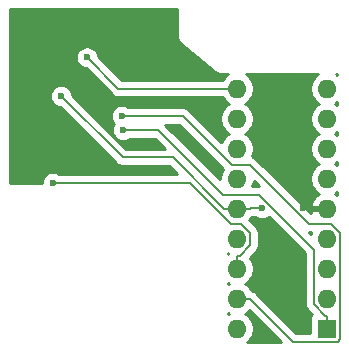
<source format=gbr>
%TF.GenerationSoftware,KiCad,Pcbnew,(5.1.6)-1*%
%TF.CreationDate,2021-02-27T12:52:12+00:00*%
%TF.ProjectId,EgretCudaAdapter,45677265-7443-4756-9461-416461707465,rev?*%
%TF.SameCoordinates,Original*%
%TF.FileFunction,Copper,L2,Bot*%
%TF.FilePolarity,Positive*%
%FSLAX46Y46*%
G04 Gerber Fmt 4.6, Leading zero omitted, Abs format (unit mm)*
G04 Created by KiCad (PCBNEW (5.1.6)-1) date 2021-02-27 12:52:12*
%MOMM*%
%LPD*%
G01*
G04 APERTURE LIST*
%TA.AperFunction,ComponentPad*%
%ADD10O,1.600000X1.600000*%
%TD*%
%TA.AperFunction,ComponentPad*%
%ADD11R,1.600000X1.600000*%
%TD*%
%TA.AperFunction,ViaPad*%
%ADD12C,0.600000*%
%TD*%
%TA.AperFunction,Conductor*%
%ADD13C,0.200000*%
%TD*%
%TA.AperFunction,Conductor*%
%ADD14C,0.254000*%
%TD*%
%TA.AperFunction,NonConductor*%
%ADD15C,0.254000*%
%TD*%
G04 APERTURE END LIST*
D10*
%TO.P,344-0440-B,18*%
%TO.N,/PB5*%
X138880000Y-87700000D03*
%TO.P,344-0440-B,9*%
%TO.N,/CB2*%
X146500000Y-67380000D03*
%TO.P,344-0440-B,17*%
%TO.N,/PB4*%
X138880000Y-85160000D03*
%TO.P,344-0440-B,8*%
%TO.N,/CB1*%
X146500000Y-69920000D03*
%TO.P,344-0440-B,16*%
%TO.N,/C3.7M*%
X138880000Y-82620000D03*
%TO.P,344-0440-B,7*%
%TO.N,Net-(344-0440-B1-Pad7)*%
X146500000Y-72460000D03*
%TO.P,344-0440-B,15*%
%TO.N,Net-(344-0440-B1-Pad15)*%
X138880000Y-80080000D03*
%TO.P,344-0440-B,6*%
%TO.N,Net-(344-0440-B1-Pad6)*%
X146500000Y-75000000D03*
%TO.P,344-0440-B,14*%
%TO.N,/VCC*%
X138880000Y-77540000D03*
%TO.P,344-0440-B,5*%
%TO.N,/GND*%
X146500000Y-77540000D03*
%TO.P,344-0440-B,13*%
%TO.N,Net-(344-0440-B1-Pad13)*%
X138880000Y-75000000D03*
%TO.P,344-0440-B,4*%
%TO.N,/RESET*%
X146500000Y-80080000D03*
%TO.P,344-0440-B,12*%
%TO.N,Net-(344-0440-B1-Pad12)*%
X138880000Y-72460000D03*
%TO.P,344-0440-B,3*%
%TO.N,/T0CKI*%
X146500000Y-82620000D03*
%TO.P,344-0440-B,11*%
%TO.N,Net-(344-0440-B1-Pad11)*%
X138880000Y-69920000D03*
%TO.P,344-0440-B,2*%
%TO.N,/ADB*%
X146500000Y-85160000D03*
%TO.P,344-0440-B,10*%
%TO.N,/PB3*%
X138880000Y-67380000D03*
D11*
%TO.P,344-0440-B,1*%
%TO.N,/RA2*%
X146500000Y-87700000D03*
%TD*%
D12*
%TO.N,/VCC*%
X141000000Y-77500000D03*
X124000000Y-68000000D03*
%TO.N,/PB3*%
X126200000Y-64740000D03*
%TO.N,/GND*%
X144500000Y-77500000D03*
X127000000Y-68000000D03*
%TO.N,/C3.7M*%
X123280000Y-75370000D03*
%TO.N,/PB4*%
X129120000Y-69683400D03*
%TO.N,/RA2*%
X129250700Y-70881700D03*
%TD*%
D13*
%TO.N,/VCC*%
X138880000Y-77540000D02*
X139980300Y-77540000D01*
X141000000Y-77500000D02*
X140020300Y-77500000D01*
X140020300Y-77500000D02*
X139980300Y-77540000D01*
X138880000Y-77540000D02*
X137779700Y-77540000D01*
X124000000Y-68000000D02*
X129204400Y-73204400D01*
X129204400Y-73204400D02*
X133444100Y-73204400D01*
X133444100Y-73204400D02*
X137779700Y-77540000D01*
%TO.N,/PB3*%
X126200000Y-64740000D02*
X128840000Y-67380000D01*
X128840000Y-67380000D02*
X138880000Y-67380000D01*
%TO.N,/C3.7M*%
X138880000Y-82620000D02*
X138880000Y-81519700D01*
X123280000Y-75370000D02*
X134909800Y-75370000D01*
X134909800Y-75370000D02*
X138379700Y-78839900D01*
X138379700Y-78839900D02*
X139244500Y-78839900D01*
X139244500Y-78839900D02*
X139983600Y-79579000D01*
X139983600Y-79579000D02*
X139983600Y-80644100D01*
X139983600Y-80644100D02*
X139108000Y-81519700D01*
X139108000Y-81519700D02*
X138880000Y-81519700D01*
%TO.N,/PB4*%
X138880000Y-85160000D02*
X139980300Y-85160000D01*
X129120000Y-69683400D02*
X134303200Y-69683400D01*
X134303200Y-69683400D02*
X138449300Y-73829500D01*
X138449300Y-73829500D02*
X139980400Y-73829500D01*
X139980400Y-73829500D02*
X144960900Y-78810000D01*
X144960900Y-78810000D02*
X146858100Y-78810000D01*
X146858100Y-78810000D02*
X147624300Y-79576200D01*
X147624300Y-79576200D02*
X147624300Y-88604500D01*
X147624300Y-88604500D02*
X147428400Y-88800400D01*
X147428400Y-88800400D02*
X143620700Y-88800400D01*
X143620700Y-88800400D02*
X139980300Y-85160000D01*
%TO.N,/RA2*%
X146500000Y-87700000D02*
X146500000Y-86599700D01*
X129250700Y-70881700D02*
X132246300Y-70881700D01*
X132246300Y-70881700D02*
X137717600Y-76353000D01*
X137717600Y-76353000D02*
X140732200Y-76353000D01*
X140732200Y-76353000D02*
X145399700Y-81020500D01*
X145399700Y-81020500D02*
X145399700Y-85637100D01*
X145399700Y-85637100D02*
X146362300Y-86599700D01*
X146362300Y-86599700D02*
X146500000Y-86599700D01*
%TD*%
D14*
%TO.N,/GND*%
G36*
X145585241Y-66265363D02*
G01*
X145385363Y-66465241D01*
X145228320Y-66700273D01*
X145120147Y-66961426D01*
X145065000Y-67238665D01*
X145065000Y-67521335D01*
X145120147Y-67798574D01*
X145228320Y-68059727D01*
X145385363Y-68294759D01*
X145585241Y-68494637D01*
X145817759Y-68650000D01*
X145585241Y-68805363D01*
X145385363Y-69005241D01*
X145228320Y-69240273D01*
X145120147Y-69501426D01*
X145065000Y-69778665D01*
X145065000Y-70061335D01*
X145120147Y-70338574D01*
X145228320Y-70599727D01*
X145385363Y-70834759D01*
X145585241Y-71034637D01*
X145817759Y-71190000D01*
X145585241Y-71345363D01*
X145385363Y-71545241D01*
X145228320Y-71780273D01*
X145120147Y-72041426D01*
X145065000Y-72318665D01*
X145065000Y-72601335D01*
X145120147Y-72878574D01*
X145228320Y-73139727D01*
X145385363Y-73374759D01*
X145585241Y-73574637D01*
X145817759Y-73730000D01*
X145585241Y-73885363D01*
X145385363Y-74085241D01*
X145228320Y-74320273D01*
X145120147Y-74581426D01*
X145065000Y-74858665D01*
X145065000Y-75141335D01*
X145120147Y-75418574D01*
X145228320Y-75679727D01*
X145385363Y-75914759D01*
X145585241Y-76114637D01*
X145820273Y-76271680D01*
X145830865Y-76276067D01*
X145644869Y-76387615D01*
X145436481Y-76576586D01*
X145268963Y-76802580D01*
X145148754Y-77056913D01*
X145108096Y-77190961D01*
X145230085Y-77413000D01*
X146373000Y-77413000D01*
X146373000Y-77393000D01*
X146627000Y-77393000D01*
X146627000Y-77413000D01*
X146647000Y-77413000D01*
X146647000Y-77667000D01*
X146627000Y-77667000D01*
X146627000Y-77687000D01*
X146373000Y-77687000D01*
X146373000Y-77667000D01*
X145230085Y-77667000D01*
X145108096Y-77889039D01*
X145120595Y-77930248D01*
X140525659Y-73335313D01*
X140502638Y-73307262D01*
X140390720Y-73215413D01*
X140263033Y-73147163D01*
X140161373Y-73116325D01*
X140259853Y-72878574D01*
X140315000Y-72601335D01*
X140315000Y-72318665D01*
X140259853Y-72041426D01*
X140151680Y-71780273D01*
X139994637Y-71545241D01*
X139794759Y-71345363D01*
X139562241Y-71190000D01*
X139794759Y-71034637D01*
X139994637Y-70834759D01*
X140151680Y-70599727D01*
X140259853Y-70338574D01*
X140315000Y-70061335D01*
X140315000Y-69778665D01*
X140259853Y-69501426D01*
X140151680Y-69240273D01*
X139994637Y-69005241D01*
X139794759Y-68805363D01*
X139562241Y-68650000D01*
X139794759Y-68494637D01*
X139994637Y-68294759D01*
X140151680Y-68059727D01*
X140259853Y-67798574D01*
X140315000Y-67521335D01*
X140315000Y-67238665D01*
X140259853Y-66961426D01*
X140151680Y-66700273D01*
X139994637Y-66465241D01*
X139794759Y-66265363D01*
X139637072Y-66160000D01*
X145742928Y-66160000D01*
X145585241Y-66265363D01*
G37*
X145585241Y-66265363D02*
X145385363Y-66465241D01*
X145228320Y-66700273D01*
X145120147Y-66961426D01*
X145065000Y-67238665D01*
X145065000Y-67521335D01*
X145120147Y-67798574D01*
X145228320Y-68059727D01*
X145385363Y-68294759D01*
X145585241Y-68494637D01*
X145817759Y-68650000D01*
X145585241Y-68805363D01*
X145385363Y-69005241D01*
X145228320Y-69240273D01*
X145120147Y-69501426D01*
X145065000Y-69778665D01*
X145065000Y-70061335D01*
X145120147Y-70338574D01*
X145228320Y-70599727D01*
X145385363Y-70834759D01*
X145585241Y-71034637D01*
X145817759Y-71190000D01*
X145585241Y-71345363D01*
X145385363Y-71545241D01*
X145228320Y-71780273D01*
X145120147Y-72041426D01*
X145065000Y-72318665D01*
X145065000Y-72601335D01*
X145120147Y-72878574D01*
X145228320Y-73139727D01*
X145385363Y-73374759D01*
X145585241Y-73574637D01*
X145817759Y-73730000D01*
X145585241Y-73885363D01*
X145385363Y-74085241D01*
X145228320Y-74320273D01*
X145120147Y-74581426D01*
X145065000Y-74858665D01*
X145065000Y-75141335D01*
X145120147Y-75418574D01*
X145228320Y-75679727D01*
X145385363Y-75914759D01*
X145585241Y-76114637D01*
X145820273Y-76271680D01*
X145830865Y-76276067D01*
X145644869Y-76387615D01*
X145436481Y-76576586D01*
X145268963Y-76802580D01*
X145148754Y-77056913D01*
X145108096Y-77190961D01*
X145230085Y-77413000D01*
X146373000Y-77413000D01*
X146373000Y-77393000D01*
X146627000Y-77393000D01*
X146627000Y-77413000D01*
X146647000Y-77413000D01*
X146647000Y-77667000D01*
X146627000Y-77667000D01*
X146627000Y-77687000D01*
X146373000Y-77687000D01*
X146373000Y-77667000D01*
X145230085Y-77667000D01*
X145108096Y-77889039D01*
X145120595Y-77930248D01*
X140525659Y-73335313D01*
X140502638Y-73307262D01*
X140390720Y-73215413D01*
X140263033Y-73147163D01*
X140161373Y-73116325D01*
X140259853Y-72878574D01*
X140315000Y-72601335D01*
X140315000Y-72318665D01*
X140259853Y-72041426D01*
X140151680Y-71780273D01*
X139994637Y-71545241D01*
X139794759Y-71345363D01*
X139562241Y-71190000D01*
X139794759Y-71034637D01*
X139994637Y-70834759D01*
X140151680Y-70599727D01*
X140259853Y-70338574D01*
X140315000Y-70061335D01*
X140315000Y-69778665D01*
X140259853Y-69501426D01*
X140151680Y-69240273D01*
X139994637Y-69005241D01*
X139794759Y-68805363D01*
X139562241Y-68650000D01*
X139794759Y-68494637D01*
X139994637Y-68294759D01*
X140151680Y-68059727D01*
X140259853Y-67798574D01*
X140315000Y-67521335D01*
X140315000Y-67238665D01*
X140259853Y-66961426D01*
X140151680Y-66700273D01*
X139994637Y-66465241D01*
X139794759Y-66265363D01*
X139637072Y-66160000D01*
X145742928Y-66160000D01*
X145585241Y-66265363D01*
G36*
X133840000Y-62997633D02*
G01*
X133839531Y-63060042D01*
X133846112Y-63094479D01*
X133849550Y-63129382D01*
X133858288Y-63158186D01*
X133863936Y-63187740D01*
X133877110Y-63220232D01*
X133887290Y-63253792D01*
X133901478Y-63280336D01*
X133912784Y-63308222D01*
X133932043Y-63337520D01*
X133948575Y-63368449D01*
X133967668Y-63391715D01*
X133984198Y-63416860D01*
X134008803Y-63441838D01*
X134031052Y-63468948D01*
X134079429Y-63508650D01*
X137029467Y-65967017D01*
X137031052Y-65968948D01*
X137079312Y-66008555D01*
X137102383Y-66027780D01*
X137104445Y-66029180D01*
X137131550Y-66051425D01*
X137158089Y-66065610D01*
X137182986Y-66082518D01*
X137215284Y-66096181D01*
X137246207Y-66112710D01*
X137275005Y-66121446D01*
X137302721Y-66133171D01*
X137337057Y-66140270D01*
X137370617Y-66150450D01*
X137400570Y-66153400D01*
X137430037Y-66159492D01*
X137465098Y-66159755D01*
X137467581Y-66160000D01*
X137497634Y-66160000D01*
X137560042Y-66160469D01*
X137562496Y-66160000D01*
X138122928Y-66160000D01*
X137965241Y-66265363D01*
X137765363Y-66465241D01*
X137645252Y-66645000D01*
X129144447Y-66645000D01*
X127131932Y-64632485D01*
X127099068Y-64467271D01*
X127028586Y-64297111D01*
X126926262Y-64143972D01*
X126796028Y-64013738D01*
X126642889Y-63911414D01*
X126472729Y-63840932D01*
X126292089Y-63805000D01*
X126107911Y-63805000D01*
X125927271Y-63840932D01*
X125757111Y-63911414D01*
X125603972Y-64013738D01*
X125473738Y-64143972D01*
X125371414Y-64297111D01*
X125300932Y-64467271D01*
X125265000Y-64647911D01*
X125265000Y-64832089D01*
X125300932Y-65012729D01*
X125371414Y-65182889D01*
X125473738Y-65336028D01*
X125603972Y-65466262D01*
X125757111Y-65568586D01*
X125927271Y-65639068D01*
X126092485Y-65671932D01*
X128294746Y-67874193D01*
X128317762Y-67902238D01*
X128429680Y-67994087D01*
X128557367Y-68062337D01*
X128695915Y-68104365D01*
X128840000Y-68118556D01*
X128876105Y-68115000D01*
X137645252Y-68115000D01*
X137765363Y-68294759D01*
X137965241Y-68494637D01*
X138197759Y-68650000D01*
X137965241Y-68805363D01*
X137765363Y-69005241D01*
X137608320Y-69240273D01*
X137500147Y-69501426D01*
X137445000Y-69778665D01*
X137445000Y-70061335D01*
X137500147Y-70338574D01*
X137608320Y-70599727D01*
X137765363Y-70834759D01*
X137965241Y-71034637D01*
X138197759Y-71190000D01*
X137965241Y-71345363D01*
X137765363Y-71545241D01*
X137608320Y-71780273D01*
X137558880Y-71899633D01*
X134848459Y-69189213D01*
X134825438Y-69161162D01*
X134713520Y-69069313D01*
X134585833Y-69001063D01*
X134447285Y-68959035D01*
X134339305Y-68948400D01*
X134303200Y-68944844D01*
X134267095Y-68948400D01*
X129702951Y-68948400D01*
X129562889Y-68854814D01*
X129392729Y-68784332D01*
X129212089Y-68748400D01*
X129027911Y-68748400D01*
X128847271Y-68784332D01*
X128677111Y-68854814D01*
X128523972Y-68957138D01*
X128393738Y-69087372D01*
X128291414Y-69240511D01*
X128220932Y-69410671D01*
X128185000Y-69591311D01*
X128185000Y-69775489D01*
X128220932Y-69956129D01*
X128291414Y-70126289D01*
X128393738Y-70279428D01*
X128474588Y-70360278D01*
X128422114Y-70438811D01*
X128351632Y-70608971D01*
X128315700Y-70789611D01*
X128315700Y-70973789D01*
X128351632Y-71154429D01*
X128422114Y-71324589D01*
X128524438Y-71477728D01*
X128654672Y-71607962D01*
X128807811Y-71710286D01*
X128977971Y-71780768D01*
X129158611Y-71816700D01*
X129342789Y-71816700D01*
X129523429Y-71780768D01*
X129693589Y-71710286D01*
X129833651Y-71616700D01*
X131941854Y-71616700D01*
X132794554Y-72469400D01*
X129508847Y-72469400D01*
X124931932Y-67892486D01*
X124899068Y-67727271D01*
X124828586Y-67557111D01*
X124726262Y-67403972D01*
X124596028Y-67273738D01*
X124442889Y-67171414D01*
X124272729Y-67100932D01*
X124092089Y-67065000D01*
X123907911Y-67065000D01*
X123727271Y-67100932D01*
X123557111Y-67171414D01*
X123403972Y-67273738D01*
X123273738Y-67403972D01*
X123171414Y-67557111D01*
X123100932Y-67727271D01*
X123065000Y-67907911D01*
X123065000Y-68092089D01*
X123100932Y-68272729D01*
X123171414Y-68442889D01*
X123273738Y-68596028D01*
X123403972Y-68726262D01*
X123557111Y-68828586D01*
X123727271Y-68899068D01*
X123892486Y-68931932D01*
X128659146Y-73698593D01*
X128682162Y-73726638D01*
X128794080Y-73818487D01*
X128921767Y-73886737D01*
X129018286Y-73916016D01*
X129060314Y-73928765D01*
X129204399Y-73942956D01*
X129240504Y-73939400D01*
X133139654Y-73939400D01*
X133835254Y-74635000D01*
X123862951Y-74635000D01*
X123722889Y-74541414D01*
X123552729Y-74470932D01*
X123372089Y-74435000D01*
X123187911Y-74435000D01*
X123007271Y-74470932D01*
X122837111Y-74541414D01*
X122683972Y-74643738D01*
X122553738Y-74773972D01*
X122451414Y-74927111D01*
X122380932Y-75097271D01*
X122345000Y-75277911D01*
X122345000Y-75340000D01*
X119660000Y-75340000D01*
X119660000Y-60660000D01*
X133840001Y-60660000D01*
X133840000Y-62997633D01*
G37*
X133840000Y-62997633D02*
X133839531Y-63060042D01*
X133846112Y-63094479D01*
X133849550Y-63129382D01*
X133858288Y-63158186D01*
X133863936Y-63187740D01*
X133877110Y-63220232D01*
X133887290Y-63253792D01*
X133901478Y-63280336D01*
X133912784Y-63308222D01*
X133932043Y-63337520D01*
X133948575Y-63368449D01*
X133967668Y-63391715D01*
X133984198Y-63416860D01*
X134008803Y-63441838D01*
X134031052Y-63468948D01*
X134079429Y-63508650D01*
X137029467Y-65967017D01*
X137031052Y-65968948D01*
X137079312Y-66008555D01*
X137102383Y-66027780D01*
X137104445Y-66029180D01*
X137131550Y-66051425D01*
X137158089Y-66065610D01*
X137182986Y-66082518D01*
X137215284Y-66096181D01*
X137246207Y-66112710D01*
X137275005Y-66121446D01*
X137302721Y-66133171D01*
X137337057Y-66140270D01*
X137370617Y-66150450D01*
X137400570Y-66153400D01*
X137430037Y-66159492D01*
X137465098Y-66159755D01*
X137467581Y-66160000D01*
X137497634Y-66160000D01*
X137560042Y-66160469D01*
X137562496Y-66160000D01*
X138122928Y-66160000D01*
X137965241Y-66265363D01*
X137765363Y-66465241D01*
X137645252Y-66645000D01*
X129144447Y-66645000D01*
X127131932Y-64632485D01*
X127099068Y-64467271D01*
X127028586Y-64297111D01*
X126926262Y-64143972D01*
X126796028Y-64013738D01*
X126642889Y-63911414D01*
X126472729Y-63840932D01*
X126292089Y-63805000D01*
X126107911Y-63805000D01*
X125927271Y-63840932D01*
X125757111Y-63911414D01*
X125603972Y-64013738D01*
X125473738Y-64143972D01*
X125371414Y-64297111D01*
X125300932Y-64467271D01*
X125265000Y-64647911D01*
X125265000Y-64832089D01*
X125300932Y-65012729D01*
X125371414Y-65182889D01*
X125473738Y-65336028D01*
X125603972Y-65466262D01*
X125757111Y-65568586D01*
X125927271Y-65639068D01*
X126092485Y-65671932D01*
X128294746Y-67874193D01*
X128317762Y-67902238D01*
X128429680Y-67994087D01*
X128557367Y-68062337D01*
X128695915Y-68104365D01*
X128840000Y-68118556D01*
X128876105Y-68115000D01*
X137645252Y-68115000D01*
X137765363Y-68294759D01*
X137965241Y-68494637D01*
X138197759Y-68650000D01*
X137965241Y-68805363D01*
X137765363Y-69005241D01*
X137608320Y-69240273D01*
X137500147Y-69501426D01*
X137445000Y-69778665D01*
X137445000Y-70061335D01*
X137500147Y-70338574D01*
X137608320Y-70599727D01*
X137765363Y-70834759D01*
X137965241Y-71034637D01*
X138197759Y-71190000D01*
X137965241Y-71345363D01*
X137765363Y-71545241D01*
X137608320Y-71780273D01*
X137558880Y-71899633D01*
X134848459Y-69189213D01*
X134825438Y-69161162D01*
X134713520Y-69069313D01*
X134585833Y-69001063D01*
X134447285Y-68959035D01*
X134339305Y-68948400D01*
X134303200Y-68944844D01*
X134267095Y-68948400D01*
X129702951Y-68948400D01*
X129562889Y-68854814D01*
X129392729Y-68784332D01*
X129212089Y-68748400D01*
X129027911Y-68748400D01*
X128847271Y-68784332D01*
X128677111Y-68854814D01*
X128523972Y-68957138D01*
X128393738Y-69087372D01*
X128291414Y-69240511D01*
X128220932Y-69410671D01*
X128185000Y-69591311D01*
X128185000Y-69775489D01*
X128220932Y-69956129D01*
X128291414Y-70126289D01*
X128393738Y-70279428D01*
X128474588Y-70360278D01*
X128422114Y-70438811D01*
X128351632Y-70608971D01*
X128315700Y-70789611D01*
X128315700Y-70973789D01*
X128351632Y-71154429D01*
X128422114Y-71324589D01*
X128524438Y-71477728D01*
X128654672Y-71607962D01*
X128807811Y-71710286D01*
X128977971Y-71780768D01*
X129158611Y-71816700D01*
X129342789Y-71816700D01*
X129523429Y-71780768D01*
X129693589Y-71710286D01*
X129833651Y-71616700D01*
X131941854Y-71616700D01*
X132794554Y-72469400D01*
X129508847Y-72469400D01*
X124931932Y-67892486D01*
X124899068Y-67727271D01*
X124828586Y-67557111D01*
X124726262Y-67403972D01*
X124596028Y-67273738D01*
X124442889Y-67171414D01*
X124272729Y-67100932D01*
X124092089Y-67065000D01*
X123907911Y-67065000D01*
X123727271Y-67100932D01*
X123557111Y-67171414D01*
X123403972Y-67273738D01*
X123273738Y-67403972D01*
X123171414Y-67557111D01*
X123100932Y-67727271D01*
X123065000Y-67907911D01*
X123065000Y-68092089D01*
X123100932Y-68272729D01*
X123171414Y-68442889D01*
X123273738Y-68596028D01*
X123403972Y-68726262D01*
X123557111Y-68828586D01*
X123727271Y-68899068D01*
X123892486Y-68931932D01*
X128659146Y-73698593D01*
X128682162Y-73726638D01*
X128794080Y-73818487D01*
X128921767Y-73886737D01*
X129018286Y-73916016D01*
X129060314Y-73928765D01*
X129204399Y-73942956D01*
X129240504Y-73939400D01*
X133139654Y-73939400D01*
X133835254Y-74635000D01*
X123862951Y-74635000D01*
X123722889Y-74541414D01*
X123552729Y-74470932D01*
X123372089Y-74435000D01*
X123187911Y-74435000D01*
X123007271Y-74470932D01*
X122837111Y-74541414D01*
X122683972Y-74643738D01*
X122553738Y-74773972D01*
X122451414Y-74927111D01*
X122380932Y-75097271D01*
X122345000Y-75277911D01*
X122345000Y-75340000D01*
X119660000Y-75340000D01*
X119660000Y-60660000D01*
X133840001Y-60660000D01*
X133840000Y-62997633D01*
D15*
G36*
X142620853Y-88840000D02*
G01*
X139756801Y-88840000D01*
X139794759Y-88814637D01*
X139994637Y-88614759D01*
X140151680Y-88379727D01*
X140259853Y-88118574D01*
X140315000Y-87841335D01*
X140315000Y-87558665D01*
X140259853Y-87281426D01*
X140151680Y-87020273D01*
X139994637Y-86785241D01*
X139794759Y-86585363D01*
X139562241Y-86430000D01*
X139794759Y-86274637D01*
X139925125Y-86144271D01*
X142620853Y-88840000D01*
G37*
X142620853Y-88840000D02*
X139756801Y-88840000D01*
X139794759Y-88814637D01*
X139994637Y-88614759D01*
X140151680Y-88379727D01*
X140259853Y-88118574D01*
X140315000Y-87841335D01*
X140315000Y-87558665D01*
X140259853Y-87281426D01*
X140151680Y-87020273D01*
X139994637Y-86785241D01*
X139794759Y-86585363D01*
X139562241Y-86430000D01*
X139794759Y-86274637D01*
X139925125Y-86144271D01*
X142620853Y-88840000D01*
G36*
X140557111Y-78328586D02*
G01*
X140727271Y-78399068D01*
X140907911Y-78435000D01*
X141092089Y-78435000D01*
X141272729Y-78399068D01*
X141442889Y-78328586D01*
X141578037Y-78238283D01*
X144664700Y-81324947D01*
X144664701Y-85600985D01*
X144661144Y-85637100D01*
X144675335Y-85781185D01*
X144693094Y-85839727D01*
X144717364Y-85919733D01*
X144785614Y-86047420D01*
X144877463Y-86159338D01*
X144905508Y-86182354D01*
X145214176Y-86491023D01*
X145169463Y-86545506D01*
X145110498Y-86655820D01*
X145074188Y-86775518D01*
X145061928Y-86900000D01*
X145061928Y-88065400D01*
X143925147Y-88065400D01*
X140525559Y-84665813D01*
X140502538Y-84637762D01*
X140390620Y-84545913D01*
X140262933Y-84477663D01*
X140124385Y-84435635D01*
X140121676Y-84435368D01*
X139994637Y-84245241D01*
X139794759Y-84045363D01*
X139562241Y-83890000D01*
X139794759Y-83734637D01*
X139994637Y-83534759D01*
X140151680Y-83299727D01*
X140259853Y-83038574D01*
X140315000Y-82761335D01*
X140315000Y-82478665D01*
X140259853Y-82201426D01*
X140151680Y-81940273D01*
X139994637Y-81705241D01*
X139978271Y-81688875D01*
X140477793Y-81189354D01*
X140505838Y-81166338D01*
X140597687Y-81054420D01*
X140665937Y-80926733D01*
X140707965Y-80788185D01*
X140718600Y-80680205D01*
X140718600Y-80680196D01*
X140722155Y-80644101D01*
X140718600Y-80608006D01*
X140718600Y-79615094D01*
X140722155Y-79578999D01*
X140718600Y-79542904D01*
X140718600Y-79542895D01*
X140707965Y-79434915D01*
X140665937Y-79296367D01*
X140597687Y-79168680D01*
X140535276Y-79092633D01*
X140528853Y-79084806D01*
X140528850Y-79084803D01*
X140505837Y-79056762D01*
X140477797Y-79033750D01*
X139946721Y-78502675D01*
X139994637Y-78454759D01*
X140121676Y-78264632D01*
X140124385Y-78264365D01*
X140221189Y-78235000D01*
X140417049Y-78235000D01*
X140557111Y-78328586D01*
G37*
X140557111Y-78328586D02*
X140727271Y-78399068D01*
X140907911Y-78435000D01*
X141092089Y-78435000D01*
X141272729Y-78399068D01*
X141442889Y-78328586D01*
X141578037Y-78238283D01*
X144664700Y-81324947D01*
X144664701Y-85600985D01*
X144661144Y-85637100D01*
X144675335Y-85781185D01*
X144693094Y-85839727D01*
X144717364Y-85919733D01*
X144785614Y-86047420D01*
X144877463Y-86159338D01*
X144905508Y-86182354D01*
X145214176Y-86491023D01*
X145169463Y-86545506D01*
X145110498Y-86655820D01*
X145074188Y-86775518D01*
X145061928Y-86900000D01*
X145061928Y-88065400D01*
X143925147Y-88065400D01*
X140525559Y-84665813D01*
X140502538Y-84637762D01*
X140390620Y-84545913D01*
X140262933Y-84477663D01*
X140124385Y-84435635D01*
X140121676Y-84435368D01*
X139994637Y-84245241D01*
X139794759Y-84045363D01*
X139562241Y-83890000D01*
X139794759Y-83734637D01*
X139994637Y-83534759D01*
X140151680Y-83299727D01*
X140259853Y-83038574D01*
X140315000Y-82761335D01*
X140315000Y-82478665D01*
X140259853Y-82201426D01*
X140151680Y-81940273D01*
X139994637Y-81705241D01*
X139978271Y-81688875D01*
X140477793Y-81189354D01*
X140505838Y-81166338D01*
X140597687Y-81054420D01*
X140665937Y-80926733D01*
X140707965Y-80788185D01*
X140718600Y-80680205D01*
X140718600Y-80680196D01*
X140722155Y-80644101D01*
X140718600Y-80608006D01*
X140718600Y-79615094D01*
X140722155Y-79578999D01*
X140718600Y-79542904D01*
X140718600Y-79542895D01*
X140707965Y-79434915D01*
X140665937Y-79296367D01*
X140597687Y-79168680D01*
X140535276Y-79092633D01*
X140528853Y-79084806D01*
X140528850Y-79084803D01*
X140505837Y-79056762D01*
X140477797Y-79033750D01*
X139946721Y-78502675D01*
X139994637Y-78454759D01*
X140121676Y-78264632D01*
X140124385Y-78264365D01*
X140221189Y-78235000D01*
X140417049Y-78235000D01*
X140557111Y-78328586D01*
G36*
X138197759Y-86430000D02*
G01*
X138160000Y-86455229D01*
X138160000Y-86404771D01*
X138197759Y-86430000D01*
G37*
X138197759Y-86430000D02*
X138160000Y-86455229D01*
X138160000Y-86404771D01*
X138197759Y-86430000D01*
G36*
X138197759Y-83890000D02*
G01*
X138160000Y-83915229D01*
X138160000Y-83864771D01*
X138197759Y-83890000D01*
G37*
X138197759Y-83890000D02*
X138160000Y-83915229D01*
X138160000Y-83864771D01*
X138197759Y-83890000D01*
G36*
X138169195Y-81330914D02*
G01*
X138160000Y-81361225D01*
X138160000Y-81324771D01*
X138169195Y-81330914D01*
G37*
X138169195Y-81330914D02*
X138160000Y-81361225D01*
X138160000Y-81324771D01*
X138169195Y-81330914D01*
G36*
X145120147Y-79661426D02*
G01*
X145113498Y-79694851D01*
X144966638Y-79547991D01*
X144997005Y-79545000D01*
X145168372Y-79545000D01*
X145120147Y-79661426D01*
G37*
X145120147Y-79661426D02*
X145113498Y-79694851D01*
X144966638Y-79547991D01*
X144997005Y-79545000D01*
X145168372Y-79545000D01*
X145120147Y-79661426D01*
G36*
X145585241Y-66265363D02*
G01*
X145385363Y-66465241D01*
X145228320Y-66700273D01*
X145120147Y-66961426D01*
X145065000Y-67238665D01*
X145065000Y-67521335D01*
X145120147Y-67798574D01*
X145228320Y-68059727D01*
X145385363Y-68294759D01*
X145585241Y-68494637D01*
X145817759Y-68650000D01*
X145585241Y-68805363D01*
X145385363Y-69005241D01*
X145228320Y-69240273D01*
X145120147Y-69501426D01*
X145065000Y-69778665D01*
X145065000Y-70061335D01*
X145120147Y-70338574D01*
X145228320Y-70599727D01*
X145385363Y-70834759D01*
X145585241Y-71034637D01*
X145817759Y-71190000D01*
X145585241Y-71345363D01*
X145385363Y-71545241D01*
X145228320Y-71780273D01*
X145120147Y-72041426D01*
X145065000Y-72318665D01*
X145065000Y-72601335D01*
X145120147Y-72878574D01*
X145228320Y-73139727D01*
X145385363Y-73374759D01*
X145585241Y-73574637D01*
X145817759Y-73730000D01*
X145585241Y-73885363D01*
X145385363Y-74085241D01*
X145228320Y-74320273D01*
X145120147Y-74581426D01*
X145065000Y-74858665D01*
X145065000Y-75141335D01*
X145120147Y-75418574D01*
X145228320Y-75679727D01*
X145385363Y-75914759D01*
X145585241Y-76114637D01*
X145817759Y-76270000D01*
X145585241Y-76425363D01*
X145385363Y-76625241D01*
X145228320Y-76860273D01*
X145214918Y-76892628D01*
X145096028Y-76773738D01*
X144942889Y-76671414D01*
X144772729Y-76600932D01*
X144592089Y-76565000D01*
X144407911Y-76565000D01*
X144227271Y-76600932D01*
X144057111Y-76671414D01*
X143940007Y-76749660D01*
X140525659Y-73335313D01*
X140502638Y-73307262D01*
X140390720Y-73215413D01*
X140263033Y-73147163D01*
X140161373Y-73116325D01*
X140259853Y-72878574D01*
X140315000Y-72601335D01*
X140315000Y-72318665D01*
X140259853Y-72041426D01*
X140151680Y-71780273D01*
X139994637Y-71545241D01*
X139794759Y-71345363D01*
X139562241Y-71190000D01*
X139794759Y-71034637D01*
X139994637Y-70834759D01*
X140151680Y-70599727D01*
X140259853Y-70338574D01*
X140315000Y-70061335D01*
X140315000Y-69778665D01*
X140259853Y-69501426D01*
X140151680Y-69240273D01*
X139994637Y-69005241D01*
X139794759Y-68805363D01*
X139562241Y-68650000D01*
X139794759Y-68494637D01*
X139994637Y-68294759D01*
X140151680Y-68059727D01*
X140259853Y-67798574D01*
X140315000Y-67521335D01*
X140315000Y-67238665D01*
X140259853Y-66961426D01*
X140151680Y-66700273D01*
X139994637Y-66465241D01*
X139794759Y-66265363D01*
X139637072Y-66160000D01*
X145742928Y-66160000D01*
X145585241Y-66265363D01*
G37*
X145585241Y-66265363D02*
X145385363Y-66465241D01*
X145228320Y-66700273D01*
X145120147Y-66961426D01*
X145065000Y-67238665D01*
X145065000Y-67521335D01*
X145120147Y-67798574D01*
X145228320Y-68059727D01*
X145385363Y-68294759D01*
X145585241Y-68494637D01*
X145817759Y-68650000D01*
X145585241Y-68805363D01*
X145385363Y-69005241D01*
X145228320Y-69240273D01*
X145120147Y-69501426D01*
X145065000Y-69778665D01*
X145065000Y-70061335D01*
X145120147Y-70338574D01*
X145228320Y-70599727D01*
X145385363Y-70834759D01*
X145585241Y-71034637D01*
X145817759Y-71190000D01*
X145585241Y-71345363D01*
X145385363Y-71545241D01*
X145228320Y-71780273D01*
X145120147Y-72041426D01*
X145065000Y-72318665D01*
X145065000Y-72601335D01*
X145120147Y-72878574D01*
X145228320Y-73139727D01*
X145385363Y-73374759D01*
X145585241Y-73574637D01*
X145817759Y-73730000D01*
X145585241Y-73885363D01*
X145385363Y-74085241D01*
X145228320Y-74320273D01*
X145120147Y-74581426D01*
X145065000Y-74858665D01*
X145065000Y-75141335D01*
X145120147Y-75418574D01*
X145228320Y-75679727D01*
X145385363Y-75914759D01*
X145585241Y-76114637D01*
X145817759Y-76270000D01*
X145585241Y-76425363D01*
X145385363Y-76625241D01*
X145228320Y-76860273D01*
X145214918Y-76892628D01*
X145096028Y-76773738D01*
X144942889Y-76671414D01*
X144772729Y-76600932D01*
X144592089Y-76565000D01*
X144407911Y-76565000D01*
X144227271Y-76600932D01*
X144057111Y-76671414D01*
X143940007Y-76749660D01*
X140525659Y-73335313D01*
X140502638Y-73307262D01*
X140390720Y-73215413D01*
X140263033Y-73147163D01*
X140161373Y-73116325D01*
X140259853Y-72878574D01*
X140315000Y-72601335D01*
X140315000Y-72318665D01*
X140259853Y-72041426D01*
X140151680Y-71780273D01*
X139994637Y-71545241D01*
X139794759Y-71345363D01*
X139562241Y-71190000D01*
X139794759Y-71034637D01*
X139994637Y-70834759D01*
X140151680Y-70599727D01*
X140259853Y-70338574D01*
X140315000Y-70061335D01*
X140315000Y-69778665D01*
X140259853Y-69501426D01*
X140151680Y-69240273D01*
X139994637Y-69005241D01*
X139794759Y-68805363D01*
X139562241Y-68650000D01*
X139794759Y-68494637D01*
X139994637Y-68294759D01*
X140151680Y-68059727D01*
X140259853Y-67798574D01*
X140315000Y-67521335D01*
X140315000Y-67238665D01*
X140259853Y-66961426D01*
X140151680Y-66700273D01*
X139994637Y-66465241D01*
X139794759Y-66265363D01*
X139637072Y-66160000D01*
X145742928Y-66160000D01*
X145585241Y-66265363D01*
G36*
X147340000Y-76375411D02*
G01*
X147182241Y-76270000D01*
X147340000Y-76164589D01*
X147340000Y-76375411D01*
G37*
X147340000Y-76375411D02*
X147182241Y-76270000D01*
X147340000Y-76164589D01*
X147340000Y-76375411D01*
G36*
X140726463Y-75615009D02*
G01*
X140696095Y-75618000D01*
X140177248Y-75618000D01*
X140259853Y-75418574D01*
X140304678Y-75193225D01*
X140726463Y-75615009D01*
G37*
X140726463Y-75615009D02*
X140696095Y-75618000D01*
X140177248Y-75618000D01*
X140259853Y-75418574D01*
X140304678Y-75193225D01*
X140726463Y-75615009D01*
G36*
X133840000Y-62997633D02*
G01*
X133839531Y-63060042D01*
X133846112Y-63094479D01*
X133849550Y-63129382D01*
X133858288Y-63158186D01*
X133863936Y-63187740D01*
X133877110Y-63220232D01*
X133887290Y-63253792D01*
X133901478Y-63280336D01*
X133912784Y-63308222D01*
X133932043Y-63337520D01*
X133948575Y-63368449D01*
X133967668Y-63391715D01*
X133984198Y-63416860D01*
X134008803Y-63441838D01*
X134031052Y-63468948D01*
X134079429Y-63508650D01*
X137029467Y-65967017D01*
X137031052Y-65968948D01*
X137079312Y-66008555D01*
X137102383Y-66027780D01*
X137104445Y-66029180D01*
X137131550Y-66051425D01*
X137158089Y-66065610D01*
X137182986Y-66082518D01*
X137215284Y-66096181D01*
X137246207Y-66112710D01*
X137275005Y-66121446D01*
X137302721Y-66133171D01*
X137337057Y-66140270D01*
X137370617Y-66150450D01*
X137400570Y-66153400D01*
X137430037Y-66159492D01*
X137465098Y-66159755D01*
X137467581Y-66160000D01*
X137497634Y-66160000D01*
X137560042Y-66160469D01*
X137562496Y-66160000D01*
X138122928Y-66160000D01*
X137965241Y-66265363D01*
X137765363Y-66465241D01*
X137645252Y-66645000D01*
X129144447Y-66645000D01*
X127131932Y-64632485D01*
X127099068Y-64467271D01*
X127028586Y-64297111D01*
X126926262Y-64143972D01*
X126796028Y-64013738D01*
X126642889Y-63911414D01*
X126472729Y-63840932D01*
X126292089Y-63805000D01*
X126107911Y-63805000D01*
X125927271Y-63840932D01*
X125757111Y-63911414D01*
X125603972Y-64013738D01*
X125473738Y-64143972D01*
X125371414Y-64297111D01*
X125300932Y-64467271D01*
X125265000Y-64647911D01*
X125265000Y-64832089D01*
X125300932Y-65012729D01*
X125371414Y-65182889D01*
X125473738Y-65336028D01*
X125603972Y-65466262D01*
X125757111Y-65568586D01*
X125927271Y-65639068D01*
X126092485Y-65671932D01*
X128294746Y-67874193D01*
X128317762Y-67902238D01*
X128429680Y-67994087D01*
X128557367Y-68062337D01*
X128695915Y-68104365D01*
X128840000Y-68118556D01*
X128876105Y-68115000D01*
X137645252Y-68115000D01*
X137765363Y-68294759D01*
X137965241Y-68494637D01*
X138197759Y-68650000D01*
X137965241Y-68805363D01*
X137765363Y-69005241D01*
X137608320Y-69240273D01*
X137500147Y-69501426D01*
X137445000Y-69778665D01*
X137445000Y-70061335D01*
X137500147Y-70338574D01*
X137608320Y-70599727D01*
X137765363Y-70834759D01*
X137965241Y-71034637D01*
X138197759Y-71190000D01*
X137965241Y-71345363D01*
X137765363Y-71545241D01*
X137608320Y-71780273D01*
X137558880Y-71899633D01*
X134848459Y-69189213D01*
X134825438Y-69161162D01*
X134713520Y-69069313D01*
X134585833Y-69001063D01*
X134447285Y-68959035D01*
X134339305Y-68948400D01*
X134303200Y-68944844D01*
X134267095Y-68948400D01*
X129702951Y-68948400D01*
X129562889Y-68854814D01*
X129392729Y-68784332D01*
X129212089Y-68748400D01*
X129027911Y-68748400D01*
X128847271Y-68784332D01*
X128677111Y-68854814D01*
X128523972Y-68957138D01*
X128393738Y-69087372D01*
X128291414Y-69240511D01*
X128220932Y-69410671D01*
X128185000Y-69591311D01*
X128185000Y-69775489D01*
X128220932Y-69956129D01*
X128291414Y-70126289D01*
X128393738Y-70279428D01*
X128474588Y-70360278D01*
X128422114Y-70438811D01*
X128351632Y-70608971D01*
X128315700Y-70789611D01*
X128315700Y-70973789D01*
X128351632Y-71154429D01*
X128422114Y-71324589D01*
X128524438Y-71477728D01*
X128654672Y-71607962D01*
X128807811Y-71710286D01*
X128977971Y-71780768D01*
X129158611Y-71816700D01*
X129342789Y-71816700D01*
X129523429Y-71780768D01*
X129693589Y-71710286D01*
X129833651Y-71616700D01*
X131941854Y-71616700D01*
X132794554Y-72469400D01*
X129508847Y-72469400D01*
X124947358Y-67907911D01*
X126065000Y-67907911D01*
X126065000Y-68092089D01*
X126100932Y-68272729D01*
X126171414Y-68442889D01*
X126273738Y-68596028D01*
X126403972Y-68726262D01*
X126557111Y-68828586D01*
X126727271Y-68899068D01*
X126907911Y-68935000D01*
X127092089Y-68935000D01*
X127272729Y-68899068D01*
X127442889Y-68828586D01*
X127596028Y-68726262D01*
X127726262Y-68596028D01*
X127828586Y-68442889D01*
X127899068Y-68272729D01*
X127935000Y-68092089D01*
X127935000Y-67907911D01*
X127899068Y-67727271D01*
X127828586Y-67557111D01*
X127726262Y-67403972D01*
X127596028Y-67273738D01*
X127442889Y-67171414D01*
X127272729Y-67100932D01*
X127092089Y-67065000D01*
X126907911Y-67065000D01*
X126727271Y-67100932D01*
X126557111Y-67171414D01*
X126403972Y-67273738D01*
X126273738Y-67403972D01*
X126171414Y-67557111D01*
X126100932Y-67727271D01*
X126065000Y-67907911D01*
X124947358Y-67907911D01*
X124931932Y-67892486D01*
X124899068Y-67727271D01*
X124828586Y-67557111D01*
X124726262Y-67403972D01*
X124596028Y-67273738D01*
X124442889Y-67171414D01*
X124272729Y-67100932D01*
X124092089Y-67065000D01*
X123907911Y-67065000D01*
X123727271Y-67100932D01*
X123557111Y-67171414D01*
X123403972Y-67273738D01*
X123273738Y-67403972D01*
X123171414Y-67557111D01*
X123100932Y-67727271D01*
X123065000Y-67907911D01*
X123065000Y-68092089D01*
X123100932Y-68272729D01*
X123171414Y-68442889D01*
X123273738Y-68596028D01*
X123403972Y-68726262D01*
X123557111Y-68828586D01*
X123727271Y-68899068D01*
X123892486Y-68931932D01*
X128659146Y-73698593D01*
X128682162Y-73726638D01*
X128794080Y-73818487D01*
X128921767Y-73886737D01*
X129018286Y-73916016D01*
X129060314Y-73928765D01*
X129204399Y-73942956D01*
X129240504Y-73939400D01*
X133139654Y-73939400D01*
X133835254Y-74635000D01*
X123862951Y-74635000D01*
X123722889Y-74541414D01*
X123552729Y-74470932D01*
X123372089Y-74435000D01*
X123187911Y-74435000D01*
X123007271Y-74470932D01*
X122837111Y-74541414D01*
X122683972Y-74643738D01*
X122553738Y-74773972D01*
X122451414Y-74927111D01*
X122380932Y-75097271D01*
X122345000Y-75277911D01*
X122345000Y-75340000D01*
X119660000Y-75340000D01*
X119660000Y-60660000D01*
X133840001Y-60660000D01*
X133840000Y-62997633D01*
G37*
X133840000Y-62997633D02*
X133839531Y-63060042D01*
X133846112Y-63094479D01*
X133849550Y-63129382D01*
X133858288Y-63158186D01*
X133863936Y-63187740D01*
X133877110Y-63220232D01*
X133887290Y-63253792D01*
X133901478Y-63280336D01*
X133912784Y-63308222D01*
X133932043Y-63337520D01*
X133948575Y-63368449D01*
X133967668Y-63391715D01*
X133984198Y-63416860D01*
X134008803Y-63441838D01*
X134031052Y-63468948D01*
X134079429Y-63508650D01*
X137029467Y-65967017D01*
X137031052Y-65968948D01*
X137079312Y-66008555D01*
X137102383Y-66027780D01*
X137104445Y-66029180D01*
X137131550Y-66051425D01*
X137158089Y-66065610D01*
X137182986Y-66082518D01*
X137215284Y-66096181D01*
X137246207Y-66112710D01*
X137275005Y-66121446D01*
X137302721Y-66133171D01*
X137337057Y-66140270D01*
X137370617Y-66150450D01*
X137400570Y-66153400D01*
X137430037Y-66159492D01*
X137465098Y-66159755D01*
X137467581Y-66160000D01*
X137497634Y-66160000D01*
X137560042Y-66160469D01*
X137562496Y-66160000D01*
X138122928Y-66160000D01*
X137965241Y-66265363D01*
X137765363Y-66465241D01*
X137645252Y-66645000D01*
X129144447Y-66645000D01*
X127131932Y-64632485D01*
X127099068Y-64467271D01*
X127028586Y-64297111D01*
X126926262Y-64143972D01*
X126796028Y-64013738D01*
X126642889Y-63911414D01*
X126472729Y-63840932D01*
X126292089Y-63805000D01*
X126107911Y-63805000D01*
X125927271Y-63840932D01*
X125757111Y-63911414D01*
X125603972Y-64013738D01*
X125473738Y-64143972D01*
X125371414Y-64297111D01*
X125300932Y-64467271D01*
X125265000Y-64647911D01*
X125265000Y-64832089D01*
X125300932Y-65012729D01*
X125371414Y-65182889D01*
X125473738Y-65336028D01*
X125603972Y-65466262D01*
X125757111Y-65568586D01*
X125927271Y-65639068D01*
X126092485Y-65671932D01*
X128294746Y-67874193D01*
X128317762Y-67902238D01*
X128429680Y-67994087D01*
X128557367Y-68062337D01*
X128695915Y-68104365D01*
X128840000Y-68118556D01*
X128876105Y-68115000D01*
X137645252Y-68115000D01*
X137765363Y-68294759D01*
X137965241Y-68494637D01*
X138197759Y-68650000D01*
X137965241Y-68805363D01*
X137765363Y-69005241D01*
X137608320Y-69240273D01*
X137500147Y-69501426D01*
X137445000Y-69778665D01*
X137445000Y-70061335D01*
X137500147Y-70338574D01*
X137608320Y-70599727D01*
X137765363Y-70834759D01*
X137965241Y-71034637D01*
X138197759Y-71190000D01*
X137965241Y-71345363D01*
X137765363Y-71545241D01*
X137608320Y-71780273D01*
X137558880Y-71899633D01*
X134848459Y-69189213D01*
X134825438Y-69161162D01*
X134713520Y-69069313D01*
X134585833Y-69001063D01*
X134447285Y-68959035D01*
X134339305Y-68948400D01*
X134303200Y-68944844D01*
X134267095Y-68948400D01*
X129702951Y-68948400D01*
X129562889Y-68854814D01*
X129392729Y-68784332D01*
X129212089Y-68748400D01*
X129027911Y-68748400D01*
X128847271Y-68784332D01*
X128677111Y-68854814D01*
X128523972Y-68957138D01*
X128393738Y-69087372D01*
X128291414Y-69240511D01*
X128220932Y-69410671D01*
X128185000Y-69591311D01*
X128185000Y-69775489D01*
X128220932Y-69956129D01*
X128291414Y-70126289D01*
X128393738Y-70279428D01*
X128474588Y-70360278D01*
X128422114Y-70438811D01*
X128351632Y-70608971D01*
X128315700Y-70789611D01*
X128315700Y-70973789D01*
X128351632Y-71154429D01*
X128422114Y-71324589D01*
X128524438Y-71477728D01*
X128654672Y-71607962D01*
X128807811Y-71710286D01*
X128977971Y-71780768D01*
X129158611Y-71816700D01*
X129342789Y-71816700D01*
X129523429Y-71780768D01*
X129693589Y-71710286D01*
X129833651Y-71616700D01*
X131941854Y-71616700D01*
X132794554Y-72469400D01*
X129508847Y-72469400D01*
X124947358Y-67907911D01*
X126065000Y-67907911D01*
X126065000Y-68092089D01*
X126100932Y-68272729D01*
X126171414Y-68442889D01*
X126273738Y-68596028D01*
X126403972Y-68726262D01*
X126557111Y-68828586D01*
X126727271Y-68899068D01*
X126907911Y-68935000D01*
X127092089Y-68935000D01*
X127272729Y-68899068D01*
X127442889Y-68828586D01*
X127596028Y-68726262D01*
X127726262Y-68596028D01*
X127828586Y-68442889D01*
X127899068Y-68272729D01*
X127935000Y-68092089D01*
X127935000Y-67907911D01*
X127899068Y-67727271D01*
X127828586Y-67557111D01*
X127726262Y-67403972D01*
X127596028Y-67273738D01*
X127442889Y-67171414D01*
X127272729Y-67100932D01*
X127092089Y-67065000D01*
X126907911Y-67065000D01*
X126727271Y-67100932D01*
X126557111Y-67171414D01*
X126403972Y-67273738D01*
X126273738Y-67403972D01*
X126171414Y-67557111D01*
X126100932Y-67727271D01*
X126065000Y-67907911D01*
X124947358Y-67907911D01*
X124931932Y-67892486D01*
X124899068Y-67727271D01*
X124828586Y-67557111D01*
X124726262Y-67403972D01*
X124596028Y-67273738D01*
X124442889Y-67171414D01*
X124272729Y-67100932D01*
X124092089Y-67065000D01*
X123907911Y-67065000D01*
X123727271Y-67100932D01*
X123557111Y-67171414D01*
X123403972Y-67273738D01*
X123273738Y-67403972D01*
X123171414Y-67557111D01*
X123100932Y-67727271D01*
X123065000Y-67907911D01*
X123065000Y-68092089D01*
X123100932Y-68272729D01*
X123171414Y-68442889D01*
X123273738Y-68596028D01*
X123403972Y-68726262D01*
X123557111Y-68828586D01*
X123727271Y-68899068D01*
X123892486Y-68931932D01*
X128659146Y-73698593D01*
X128682162Y-73726638D01*
X128794080Y-73818487D01*
X128921767Y-73886737D01*
X129018286Y-73916016D01*
X129060314Y-73928765D01*
X129204399Y-73942956D01*
X129240504Y-73939400D01*
X133139654Y-73939400D01*
X133835254Y-74635000D01*
X123862951Y-74635000D01*
X123722889Y-74541414D01*
X123552729Y-74470932D01*
X123372089Y-74435000D01*
X123187911Y-74435000D01*
X123007271Y-74470932D01*
X122837111Y-74541414D01*
X122683972Y-74643738D01*
X122553738Y-74773972D01*
X122451414Y-74927111D01*
X122380932Y-75097271D01*
X122345000Y-75277911D01*
X122345000Y-75340000D01*
X119660000Y-75340000D01*
X119660000Y-60660000D01*
X133840001Y-60660000D01*
X133840000Y-62997633D01*
G36*
X137725401Y-74145048D02*
G01*
X137608320Y-74320273D01*
X137500147Y-74581426D01*
X137445000Y-74858665D01*
X137445000Y-75040953D01*
X132822446Y-70418400D01*
X133998754Y-70418400D01*
X137725401Y-74145048D01*
G37*
X137725401Y-74145048D02*
X137608320Y-74320273D01*
X137500147Y-74581426D01*
X137445000Y-74858665D01*
X137445000Y-75040953D01*
X132822446Y-70418400D01*
X133998754Y-70418400D01*
X137725401Y-74145048D01*
G36*
X147340000Y-73835411D02*
G01*
X147182241Y-73730000D01*
X147340000Y-73624589D01*
X147340000Y-73835411D01*
G37*
X147340000Y-73835411D02*
X147182241Y-73730000D01*
X147340000Y-73624589D01*
X147340000Y-73835411D01*
G36*
X147340000Y-71295411D02*
G01*
X147182241Y-71190000D01*
X147340000Y-71084589D01*
X147340000Y-71295411D01*
G37*
X147340000Y-71295411D02*
X147182241Y-71190000D01*
X147340000Y-71084589D01*
X147340000Y-71295411D01*
G36*
X147340000Y-68755411D02*
G01*
X147182241Y-68650000D01*
X147340000Y-68544589D01*
X147340000Y-68755411D01*
G37*
X147340000Y-68755411D02*
X147182241Y-68650000D01*
X147340000Y-68544589D01*
X147340000Y-68755411D01*
G36*
X147340000Y-66215411D02*
G01*
X147257072Y-66160000D01*
X147340000Y-66160000D01*
X147340000Y-66215411D01*
G37*
X147340000Y-66215411D02*
X147257072Y-66160000D01*
X147340000Y-66160000D01*
X147340000Y-66215411D01*
%TD*%
M02*

</source>
